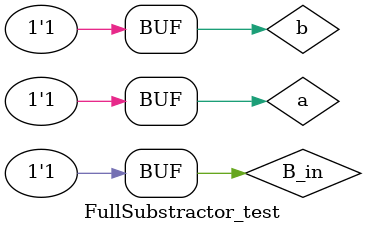
<source format=v>
`timescale 1ns / 1ps


module FullSubstractor_test;

	// Inputs
	reg a;
	reg b;
	reg B_in;

	// Outputs
	wire diff;
	wire borrow;

	// Instantiate the Unit Under Test (UUT)
	FullSubstractor_ uut (
		.a(a), 
		.b(b), 
		.B_in(B_in), 
		.diff(diff), 
		.borrow(borrow)
	);

	initial begin
		//Wait for 100 ns
		#100;
		
		// First Inputs
		a = 0;
		b = 0;
		B_in = 0;

		// Wait 100 ns
		#100;
		
		// Second Inputs
		a = 0;
		b = 0;
		B_in = 1;
		
		// Wait 100 ns
		#100;
		
		// Third Inputs
		a = 0;
		b = 1;
		B_in = 0;
		
		// Wait 100 ns
		#100;
		
		// Fourth Inputs
		a = 0;
		b = 1;
		B_in = 1;
		
		// Wait 100 ns
		#100;
		
		// Fifth Inputs
		a = 1;
		b = 0;
		B_in = 0;
		
		// Wait 100 ns
		#100;
		
		// Sixth Inputs
		a = 1;
		b = 0;
		B_in = 1;
		
		// Wait 100 ns
		#100;
		
		// Seventh Inputs
		a = 1;
		b = 1;
		B_in = 0;
		
		// Wait 100 ns
		#100;
		
		// Eighth Inputs
		a = 1;
		b = 1;
		B_in = 1;
        
		
		// Add stimulus here

	end
      
endmodule


</source>
